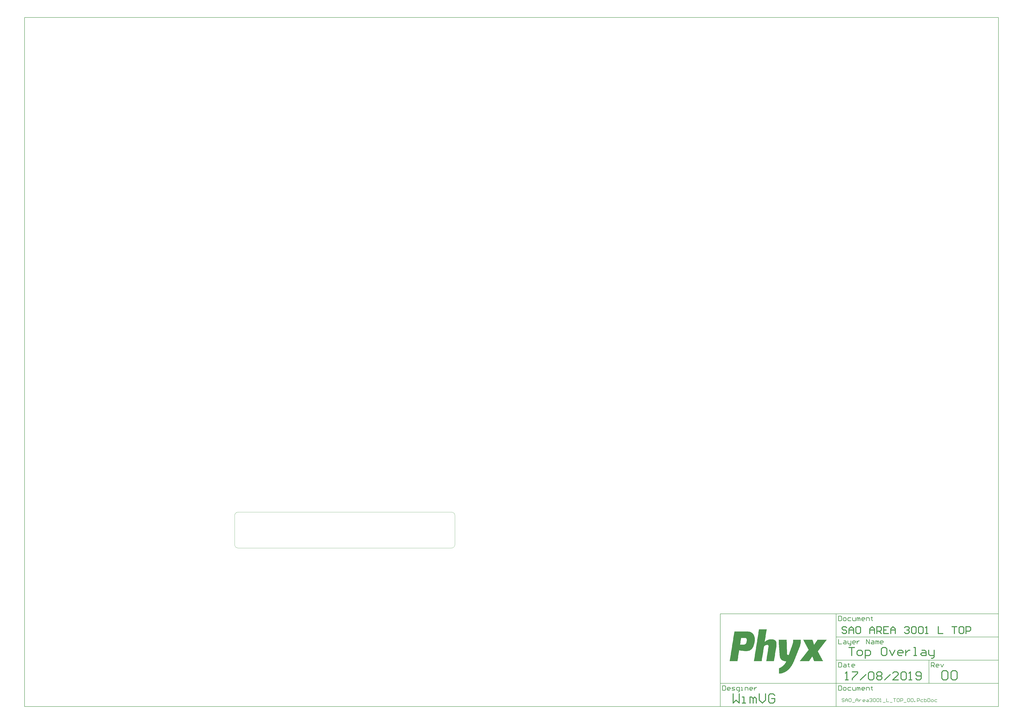
<source format=gto>
G04*
G04 #@! TF.GenerationSoftware,Altium Limited,Altium Designer,18.1.7 (191)*
G04*
G04 Layer_Color=65535*
%FSLAX25Y25*%
%MOIN*%
G70*
G01*
G75*
%ADD10C,0.01575*%
%ADD11C,0.00394*%
%ADD12C,0.00787*%
%ADD13C,0.00984*%
G36*
X872201Y-141778D02*
X873919D01*
Y-142065D01*
X874778D01*
Y-142351D01*
X875637D01*
Y-142637D01*
X876496D01*
Y-142924D01*
X877069D01*
Y-143210D01*
X877355D01*
Y-143496D01*
X877928D01*
Y-143783D01*
X878214D01*
Y-144069D01*
X878786D01*
Y-144355D01*
X879073D01*
Y-144641D01*
X879359D01*
Y-144928D01*
X879646D01*
Y-145214D01*
X879932D01*
Y-145501D01*
X880218D01*
Y-145787D01*
X880504D01*
Y-146073D01*
Y-146359D01*
X880791D01*
Y-146646D01*
X881077D01*
Y-146932D01*
Y-147218D01*
X881363D01*
Y-147505D01*
X881650D01*
Y-147791D01*
Y-148077D01*
X881936D01*
Y-148364D01*
Y-148650D01*
Y-148936D01*
X882222D01*
Y-149223D01*
Y-149509D01*
Y-149795D01*
X882509D01*
Y-150082D01*
Y-150368D01*
Y-150654D01*
Y-150940D01*
X882795D01*
Y-151227D01*
Y-151513D01*
Y-151799D01*
Y-152086D01*
Y-152372D01*
X883081D01*
Y-152658D01*
Y-152945D01*
Y-153231D01*
Y-153517D01*
Y-153804D01*
Y-154090D01*
Y-154376D01*
Y-154663D01*
Y-154949D01*
Y-155235D01*
Y-155521D01*
Y-155808D01*
Y-156094D01*
Y-156380D01*
Y-156667D01*
Y-156953D01*
Y-157239D01*
Y-157526D01*
Y-157812D01*
Y-158098D01*
X882795D01*
Y-158385D01*
Y-158671D01*
Y-158957D01*
Y-159244D01*
Y-159530D01*
Y-159816D01*
Y-160102D01*
X882509D01*
Y-160389D01*
Y-160675D01*
Y-160961D01*
Y-161248D01*
Y-161534D01*
X882222D01*
Y-161820D01*
Y-162107D01*
Y-162393D01*
Y-162679D01*
Y-162966D01*
X881936D01*
Y-163252D01*
Y-163538D01*
Y-163824D01*
X881650D01*
Y-164111D01*
Y-164397D01*
Y-164683D01*
Y-164970D01*
X881363D01*
Y-165256D01*
Y-165542D01*
Y-165829D01*
X881077D01*
Y-166115D01*
Y-166401D01*
X880791D01*
Y-166688D01*
Y-166974D01*
Y-167260D01*
X880504D01*
Y-167547D01*
Y-167833D01*
X880218D01*
Y-168119D01*
Y-168405D01*
X879932D01*
Y-168692D01*
Y-168978D01*
X879646D01*
Y-169264D01*
X879359D01*
Y-169551D01*
Y-169837D01*
X879073D01*
Y-170123D01*
X878786D01*
Y-170410D01*
X878500D01*
Y-170696D01*
Y-170982D01*
X878214D01*
Y-171269D01*
X877928D01*
Y-171555D01*
X877641D01*
Y-171841D01*
X877355D01*
Y-172127D01*
X877069D01*
Y-172414D01*
X876496D01*
Y-172700D01*
X876210D01*
Y-172986D01*
X875637D01*
Y-173273D01*
X875351D01*
Y-173559D01*
X874778D01*
Y-173845D01*
X873919D01*
Y-174132D01*
X873060D01*
Y-174418D01*
X872201D01*
Y-174704D01*
X870483D01*
Y-174991D01*
X865330D01*
Y-174704D01*
X862753D01*
Y-174418D01*
X860749D01*
Y-174132D01*
X859317D01*
Y-173845D01*
X857886D01*
Y-173559D01*
X856454D01*
Y-173845D01*
Y-174132D01*
Y-174418D01*
Y-174704D01*
Y-174991D01*
Y-175277D01*
Y-175563D01*
X856168D01*
Y-175850D01*
Y-176136D01*
Y-176422D01*
Y-176709D01*
Y-176995D01*
Y-177281D01*
X855882D01*
Y-177568D01*
Y-177854D01*
Y-178140D01*
Y-178426D01*
Y-178713D01*
Y-178999D01*
X855595D01*
Y-179285D01*
Y-179572D01*
Y-179858D01*
Y-180144D01*
Y-180431D01*
Y-180717D01*
Y-181003D01*
X855309D01*
Y-181290D01*
Y-181576D01*
Y-181862D01*
Y-182149D01*
Y-182435D01*
Y-182721D01*
X855023D01*
Y-183007D01*
Y-183294D01*
Y-183580D01*
Y-183866D01*
Y-184153D01*
Y-184439D01*
X854736D01*
Y-184725D01*
Y-185012D01*
Y-185298D01*
Y-185584D01*
Y-185871D01*
Y-186157D01*
Y-186443D01*
X854450D01*
Y-186730D01*
Y-187016D01*
Y-187302D01*
Y-187588D01*
Y-187875D01*
Y-188161D01*
X854164D01*
Y-188447D01*
Y-188734D01*
Y-189020D01*
Y-189306D01*
Y-189593D01*
Y-189879D01*
X853877D01*
Y-190165D01*
Y-190452D01*
Y-190738D01*
Y-191024D01*
Y-191311D01*
Y-191597D01*
Y-191883D01*
X840421D01*
Y-191597D01*
X840707D01*
Y-191311D01*
Y-191024D01*
Y-190738D01*
Y-190452D01*
Y-190165D01*
X840993D01*
Y-189879D01*
Y-189593D01*
Y-189306D01*
Y-189020D01*
Y-188734D01*
Y-188447D01*
Y-188161D01*
X841280D01*
Y-187875D01*
Y-187588D01*
Y-187302D01*
Y-187016D01*
Y-186730D01*
Y-186443D01*
X841566D01*
Y-186157D01*
Y-185871D01*
Y-185584D01*
Y-185298D01*
Y-185012D01*
Y-184725D01*
X841852D01*
Y-184439D01*
Y-184153D01*
Y-183866D01*
Y-183580D01*
Y-183294D01*
Y-183007D01*
Y-182721D01*
X842138D01*
Y-182435D01*
Y-182149D01*
Y-181862D01*
Y-181576D01*
Y-181290D01*
Y-181003D01*
X842425D01*
Y-180717D01*
Y-180431D01*
Y-180144D01*
Y-179858D01*
Y-179572D01*
Y-179285D01*
X842711D01*
Y-178999D01*
Y-178713D01*
Y-178426D01*
Y-178140D01*
Y-177854D01*
Y-177568D01*
X842997D01*
Y-177281D01*
Y-176995D01*
Y-176709D01*
Y-176422D01*
Y-176136D01*
Y-175850D01*
Y-175563D01*
X843284D01*
Y-175277D01*
Y-174991D01*
Y-174704D01*
Y-174418D01*
Y-174132D01*
Y-173845D01*
X843570D01*
Y-173559D01*
Y-173273D01*
Y-172986D01*
Y-172700D01*
Y-172414D01*
Y-172127D01*
X843856D01*
Y-171841D01*
Y-171555D01*
Y-171269D01*
Y-170982D01*
Y-170696D01*
Y-170410D01*
X844143D01*
Y-170123D01*
Y-169837D01*
Y-169551D01*
Y-169264D01*
Y-168978D01*
Y-168692D01*
Y-168405D01*
X844429D01*
Y-168119D01*
Y-167833D01*
Y-167547D01*
Y-167260D01*
Y-166974D01*
Y-166688D01*
X844715D01*
Y-166401D01*
Y-166115D01*
Y-165829D01*
Y-165542D01*
Y-165256D01*
Y-164970D01*
X845002D01*
Y-164683D01*
Y-164397D01*
Y-164111D01*
Y-163824D01*
Y-163538D01*
Y-163252D01*
Y-162966D01*
X845288D01*
Y-162679D01*
Y-162393D01*
Y-162107D01*
Y-161820D01*
Y-161534D01*
Y-161248D01*
X845574D01*
Y-160961D01*
Y-160675D01*
Y-160389D01*
Y-160102D01*
Y-159816D01*
Y-159530D01*
X845861D01*
Y-159244D01*
Y-158957D01*
Y-158671D01*
Y-158385D01*
Y-158098D01*
Y-157812D01*
X846147D01*
Y-157526D01*
Y-157239D01*
Y-156953D01*
Y-156667D01*
Y-156380D01*
Y-156094D01*
Y-155808D01*
X846433D01*
Y-155521D01*
Y-155235D01*
Y-154949D01*
Y-154663D01*
Y-154376D01*
Y-154090D01*
X846719D01*
Y-153804D01*
Y-153517D01*
Y-153231D01*
Y-152945D01*
Y-152658D01*
Y-152372D01*
X847006D01*
Y-152086D01*
Y-151799D01*
Y-151513D01*
Y-151227D01*
Y-150940D01*
Y-150654D01*
Y-150368D01*
X847292D01*
Y-150082D01*
Y-149795D01*
Y-149509D01*
Y-149223D01*
Y-148936D01*
Y-148650D01*
X847578D01*
Y-148364D01*
Y-148077D01*
Y-147791D01*
Y-147505D01*
Y-147218D01*
Y-146932D01*
X847865D01*
Y-146646D01*
Y-146359D01*
Y-146073D01*
Y-145787D01*
Y-145501D01*
Y-145214D01*
Y-144928D01*
X848151D01*
Y-144641D01*
Y-144355D01*
Y-144069D01*
Y-143783D01*
Y-143496D01*
Y-143210D01*
X848437D01*
Y-142924D01*
Y-142637D01*
Y-142351D01*
Y-142065D01*
Y-141778D01*
Y-141492D01*
X872201D01*
Y-141778D01*
D02*
G37*
G36*
X903409Y-138343D02*
Y-138629D01*
X903123D01*
Y-138915D01*
Y-139202D01*
Y-139488D01*
Y-139774D01*
Y-140060D01*
Y-140347D01*
X902837D01*
Y-140633D01*
Y-140919D01*
Y-141206D01*
Y-141492D01*
Y-141778D01*
Y-142065D01*
X902551D01*
Y-142351D01*
Y-142637D01*
Y-142924D01*
Y-143210D01*
Y-143496D01*
Y-143783D01*
Y-144069D01*
X902264D01*
Y-144355D01*
Y-144641D01*
Y-144928D01*
Y-145214D01*
Y-145501D01*
Y-145787D01*
X901978D01*
Y-146073D01*
Y-146359D01*
Y-146646D01*
Y-146932D01*
Y-147218D01*
Y-147505D01*
X901692D01*
Y-147791D01*
Y-148077D01*
Y-148364D01*
Y-148650D01*
Y-148936D01*
Y-149223D01*
Y-149509D01*
X901405D01*
Y-149795D01*
Y-150082D01*
Y-150368D01*
Y-150654D01*
Y-150940D01*
Y-151227D01*
X901119D01*
Y-151513D01*
Y-151799D01*
Y-152086D01*
Y-152372D01*
Y-152658D01*
Y-152945D01*
X900833D01*
Y-153231D01*
Y-153517D01*
Y-153804D01*
Y-154090D01*
Y-154376D01*
Y-154663D01*
X900546D01*
Y-154949D01*
Y-155235D01*
Y-155521D01*
Y-155808D01*
Y-156094D01*
Y-156380D01*
Y-156667D01*
X900260D01*
Y-156953D01*
Y-157239D01*
Y-157526D01*
Y-157812D01*
Y-158098D01*
Y-158385D01*
X899974D01*
Y-158671D01*
Y-158957D01*
X900546D01*
Y-158671D01*
X900833D01*
Y-158385D01*
X901119D01*
Y-158098D01*
X901692D01*
Y-157812D01*
X901978D01*
Y-157526D01*
X902264D01*
Y-157239D01*
X902837D01*
Y-156953D01*
X903409D01*
Y-156667D01*
X903696D01*
Y-156380D01*
X904268D01*
Y-156094D01*
X905127D01*
Y-155808D01*
X905700D01*
Y-155521D01*
X906559D01*
Y-155235D01*
X907990D01*
Y-154949D01*
X914289D01*
Y-155235D01*
X915435D01*
Y-155521D01*
X916294D01*
Y-155808D01*
X916866D01*
Y-156094D01*
X917153D01*
Y-156380D01*
X917725D01*
Y-156667D01*
X918011D01*
Y-156953D01*
X918298D01*
Y-157239D01*
X918584D01*
Y-157526D01*
X918870D01*
Y-157812D01*
Y-158098D01*
X919157D01*
Y-158385D01*
Y-158671D01*
X919443D01*
Y-158957D01*
Y-159244D01*
Y-159530D01*
X919729D01*
Y-159816D01*
Y-160102D01*
Y-160389D01*
Y-160675D01*
X920016D01*
Y-160961D01*
Y-161248D01*
Y-161534D01*
Y-161820D01*
Y-162107D01*
Y-162393D01*
Y-162679D01*
Y-162966D01*
Y-163252D01*
Y-163538D01*
Y-163824D01*
Y-164111D01*
Y-164397D01*
Y-164683D01*
Y-164970D01*
Y-165256D01*
Y-165542D01*
Y-165829D01*
X919729D01*
Y-166115D01*
Y-166401D01*
Y-166688D01*
Y-166974D01*
Y-167260D01*
Y-167547D01*
Y-167833D01*
X919443D01*
Y-168119D01*
Y-168405D01*
Y-168692D01*
Y-168978D01*
Y-169264D01*
Y-169551D01*
Y-169837D01*
X919157D01*
Y-170123D01*
Y-170410D01*
Y-170696D01*
Y-170982D01*
Y-171269D01*
Y-171555D01*
X918870D01*
Y-171841D01*
Y-172127D01*
Y-172414D01*
Y-172700D01*
Y-172986D01*
Y-173273D01*
X918584D01*
Y-173559D01*
Y-173845D01*
Y-174132D01*
Y-174418D01*
Y-174704D01*
Y-174991D01*
X918298D01*
Y-175277D01*
Y-175563D01*
Y-175850D01*
Y-176136D01*
Y-176422D01*
Y-176709D01*
Y-176995D01*
X918011D01*
Y-177281D01*
Y-177568D01*
Y-177854D01*
Y-178140D01*
Y-178426D01*
Y-178713D01*
X917725D01*
Y-178999D01*
Y-179285D01*
Y-179572D01*
Y-179858D01*
Y-180144D01*
Y-180431D01*
X917439D01*
Y-180717D01*
Y-181003D01*
Y-181290D01*
Y-181576D01*
Y-181862D01*
Y-182149D01*
Y-182435D01*
X917153D01*
Y-182721D01*
Y-183007D01*
Y-183294D01*
Y-183580D01*
Y-183866D01*
Y-184153D01*
X916866D01*
Y-184439D01*
Y-184725D01*
Y-185012D01*
Y-185298D01*
Y-185584D01*
Y-185871D01*
X916580D01*
Y-186157D01*
Y-186443D01*
Y-186730D01*
Y-187016D01*
Y-187302D01*
Y-187588D01*
X916294D01*
Y-187875D01*
Y-188161D01*
Y-188447D01*
Y-188734D01*
Y-189020D01*
Y-189306D01*
Y-189593D01*
X916007D01*
Y-189879D01*
Y-190165D01*
Y-190452D01*
Y-190738D01*
Y-191024D01*
Y-191311D01*
X915721D01*
Y-191597D01*
Y-191883D01*
X902551D01*
Y-191597D01*
Y-191311D01*
X902837D01*
Y-191024D01*
Y-190738D01*
Y-190452D01*
Y-190165D01*
Y-189879D01*
Y-189593D01*
X903123D01*
Y-189306D01*
Y-189020D01*
Y-188734D01*
Y-188447D01*
Y-188161D01*
Y-187875D01*
Y-187588D01*
X903409D01*
Y-187302D01*
Y-187016D01*
Y-186730D01*
Y-186443D01*
Y-186157D01*
Y-185871D01*
X903696D01*
Y-185584D01*
Y-185298D01*
Y-185012D01*
Y-184725D01*
Y-184439D01*
Y-184153D01*
X903982D01*
Y-183866D01*
Y-183580D01*
Y-183294D01*
Y-183007D01*
Y-182721D01*
Y-182435D01*
Y-182149D01*
X904268D01*
Y-181862D01*
Y-181576D01*
Y-181290D01*
Y-181003D01*
Y-180717D01*
Y-180431D01*
X904555D01*
Y-180144D01*
Y-179858D01*
Y-179572D01*
Y-179285D01*
Y-178999D01*
Y-178713D01*
Y-178426D01*
X904841D01*
Y-178140D01*
Y-177854D01*
Y-177568D01*
Y-177281D01*
Y-176995D01*
Y-176709D01*
X905127D01*
Y-176422D01*
Y-176136D01*
Y-175850D01*
Y-175563D01*
Y-175277D01*
Y-174991D01*
X905414D01*
Y-174704D01*
Y-174418D01*
Y-174132D01*
Y-173845D01*
Y-173559D01*
Y-173273D01*
X905700D01*
Y-172986D01*
Y-172700D01*
Y-172414D01*
Y-172127D01*
Y-171841D01*
Y-171555D01*
Y-171269D01*
X905986D01*
Y-170982D01*
Y-170696D01*
Y-170410D01*
Y-170123D01*
Y-169837D01*
Y-169551D01*
X906273D01*
Y-169264D01*
Y-168978D01*
Y-168692D01*
Y-168405D01*
Y-168119D01*
Y-167833D01*
Y-167547D01*
X906559D01*
Y-167260D01*
Y-166974D01*
Y-166688D01*
Y-166401D01*
Y-166115D01*
Y-165829D01*
X906273D01*
Y-165542D01*
Y-165256D01*
X905986D01*
Y-164970D01*
X905700D01*
Y-164683D01*
X905127D01*
Y-164397D01*
X903409D01*
Y-164683D01*
X901978D01*
Y-164970D01*
X901119D01*
Y-165256D01*
X900546D01*
Y-165542D01*
X900260D01*
Y-165829D01*
X899687D01*
Y-166115D01*
X899401D01*
Y-166401D01*
X899115D01*
Y-166688D01*
Y-166974D01*
X898828D01*
Y-167260D01*
Y-167547D01*
Y-167833D01*
X898542D01*
Y-168119D01*
Y-168405D01*
Y-168692D01*
Y-168978D01*
Y-169264D01*
Y-169551D01*
X898256D01*
Y-169837D01*
Y-170123D01*
Y-170410D01*
Y-170696D01*
Y-170982D01*
Y-171269D01*
Y-171555D01*
X897970D01*
Y-171841D01*
Y-172127D01*
Y-172414D01*
Y-172700D01*
Y-172986D01*
Y-173273D01*
X897683D01*
Y-173559D01*
Y-173845D01*
Y-174132D01*
Y-174418D01*
Y-174704D01*
Y-174991D01*
X897397D01*
Y-175277D01*
Y-175563D01*
Y-175850D01*
Y-176136D01*
Y-176422D01*
Y-176709D01*
X897111D01*
Y-176995D01*
Y-177281D01*
Y-177568D01*
Y-177854D01*
Y-178140D01*
Y-178426D01*
Y-178713D01*
X896824D01*
Y-178999D01*
Y-179285D01*
Y-179572D01*
Y-179858D01*
Y-180144D01*
Y-180431D01*
X896538D01*
Y-180717D01*
Y-181003D01*
Y-181290D01*
Y-181576D01*
Y-181862D01*
Y-182149D01*
X896252D01*
Y-182435D01*
Y-182721D01*
Y-183007D01*
Y-183294D01*
Y-183580D01*
Y-183866D01*
Y-184153D01*
X895965D01*
Y-184439D01*
Y-184725D01*
Y-185012D01*
Y-185298D01*
Y-185584D01*
Y-185871D01*
X895679D01*
Y-186157D01*
Y-186443D01*
Y-186730D01*
Y-187016D01*
Y-187302D01*
Y-187588D01*
X895393D01*
Y-187875D01*
Y-188161D01*
Y-188447D01*
Y-188734D01*
Y-189020D01*
Y-189306D01*
X895106D01*
Y-189593D01*
Y-189879D01*
Y-190165D01*
Y-190452D01*
Y-190738D01*
Y-191024D01*
Y-191311D01*
X894820D01*
Y-191597D01*
Y-191883D01*
X881650D01*
Y-191597D01*
Y-191311D01*
X881936D01*
Y-191024D01*
Y-190738D01*
Y-190452D01*
Y-190165D01*
Y-189879D01*
Y-189593D01*
Y-189306D01*
X882222D01*
Y-189020D01*
Y-188734D01*
Y-188447D01*
Y-188161D01*
Y-187875D01*
Y-187588D01*
X882509D01*
Y-187302D01*
Y-187016D01*
Y-186730D01*
Y-186443D01*
Y-186157D01*
Y-185871D01*
X882795D01*
Y-185584D01*
Y-185298D01*
Y-185012D01*
Y-184725D01*
Y-184439D01*
Y-184153D01*
Y-183866D01*
X883081D01*
Y-183580D01*
Y-183294D01*
Y-183007D01*
Y-182721D01*
Y-182435D01*
Y-182149D01*
X883368D01*
Y-181862D01*
Y-181576D01*
Y-181290D01*
Y-181003D01*
Y-180717D01*
Y-180431D01*
X883654D01*
Y-180144D01*
Y-179858D01*
Y-179572D01*
Y-179285D01*
Y-178999D01*
Y-178713D01*
X883940D01*
Y-178426D01*
Y-178140D01*
Y-177854D01*
Y-177568D01*
Y-177281D01*
Y-176995D01*
Y-176709D01*
X884227D01*
Y-176422D01*
Y-176136D01*
Y-175850D01*
Y-175563D01*
Y-175277D01*
Y-174991D01*
X884513D01*
Y-174704D01*
Y-174418D01*
Y-174132D01*
Y-173845D01*
Y-173559D01*
Y-173273D01*
X884799D01*
Y-172986D01*
Y-172700D01*
Y-172414D01*
Y-172127D01*
Y-171841D01*
Y-171555D01*
Y-171269D01*
X885085D01*
Y-170982D01*
Y-170696D01*
Y-170410D01*
Y-170123D01*
Y-169837D01*
Y-169551D01*
X885372D01*
Y-169264D01*
Y-168978D01*
Y-168692D01*
Y-168405D01*
Y-168119D01*
Y-167833D01*
X885658D01*
Y-167547D01*
Y-167260D01*
Y-166974D01*
Y-166688D01*
Y-166401D01*
Y-166115D01*
X885944D01*
Y-165829D01*
Y-165542D01*
Y-165256D01*
Y-164970D01*
Y-164683D01*
Y-164397D01*
Y-164111D01*
X886231D01*
Y-163824D01*
Y-163538D01*
Y-163252D01*
Y-162966D01*
Y-162679D01*
Y-162393D01*
X886517D01*
Y-162107D01*
Y-161820D01*
Y-161534D01*
Y-161248D01*
Y-160961D01*
Y-160675D01*
X886803D01*
Y-160389D01*
Y-160102D01*
Y-159816D01*
Y-159530D01*
Y-159244D01*
Y-158957D01*
X887090D01*
Y-158671D01*
Y-158385D01*
Y-158098D01*
Y-157812D01*
Y-157526D01*
Y-157239D01*
Y-156953D01*
X887376D01*
Y-156667D01*
Y-156380D01*
Y-156094D01*
Y-155808D01*
Y-155521D01*
Y-155235D01*
X887662D01*
Y-154949D01*
Y-154663D01*
Y-154376D01*
Y-154090D01*
Y-153804D01*
Y-153517D01*
X887949D01*
Y-153231D01*
Y-152945D01*
Y-152658D01*
Y-152372D01*
Y-152086D01*
Y-151799D01*
Y-151513D01*
X888235D01*
Y-151227D01*
Y-150940D01*
Y-150654D01*
Y-150368D01*
Y-150082D01*
Y-149795D01*
X888521D01*
Y-149509D01*
Y-149223D01*
Y-148936D01*
Y-148650D01*
Y-148364D01*
Y-148077D01*
X888807D01*
Y-147791D01*
Y-147505D01*
Y-147218D01*
Y-146932D01*
Y-146646D01*
Y-146359D01*
X889094D01*
Y-146073D01*
Y-145787D01*
Y-145501D01*
Y-145214D01*
Y-144928D01*
Y-144641D01*
Y-144355D01*
X889380D01*
Y-144069D01*
Y-143783D01*
Y-143496D01*
Y-143210D01*
Y-142924D01*
Y-142637D01*
X889666D01*
Y-142351D01*
Y-142065D01*
Y-141778D01*
Y-141492D01*
Y-141206D01*
Y-140919D01*
X889953D01*
Y-140633D01*
Y-140347D01*
Y-140060D01*
Y-139774D01*
Y-139488D01*
Y-139202D01*
Y-138915D01*
X890239D01*
Y-138629D01*
Y-138343D01*
Y-138056D01*
X903409D01*
Y-138343D01*
D02*
G37*
G36*
X1005337Y-155808D02*
X1005050D01*
Y-156094D01*
X1004764D01*
Y-156380D01*
Y-156667D01*
X1004478D01*
Y-156953D01*
X1004192D01*
Y-157239D01*
X1003905D01*
Y-157526D01*
Y-157812D01*
X1003619D01*
Y-158098D01*
X1003333D01*
Y-158385D01*
X1003046D01*
Y-158671D01*
X1002760D01*
Y-158957D01*
Y-159244D01*
X1002474D01*
Y-159530D01*
X1002187D01*
Y-159816D01*
X1001901D01*
Y-160102D01*
Y-160389D01*
X1001615D01*
Y-160675D01*
X1001328D01*
Y-160961D01*
X1001042D01*
Y-161248D01*
X1000756D01*
Y-161534D01*
Y-161820D01*
X1000469D01*
Y-162107D01*
X1000183D01*
Y-162393D01*
X999897D01*
Y-162679D01*
Y-162966D01*
X999611D01*
Y-163252D01*
X999324D01*
Y-163538D01*
X999038D01*
Y-163824D01*
Y-164111D01*
X998752D01*
Y-164397D01*
X998465D01*
Y-164683D01*
X998179D01*
Y-164970D01*
X997893D01*
Y-165256D01*
Y-165542D01*
X997606D01*
Y-165829D01*
X997320D01*
Y-166115D01*
X997034D01*
Y-166401D01*
Y-166688D01*
X996747D01*
Y-166974D01*
X996461D01*
Y-167260D01*
X996175D01*
Y-167547D01*
Y-167833D01*
X995889D01*
Y-168119D01*
X995602D01*
Y-168405D01*
X995316D01*
Y-168692D01*
X995030D01*
Y-168978D01*
Y-169264D01*
X994743D01*
Y-169551D01*
X994457D01*
Y-169837D01*
X994171D01*
Y-170123D01*
Y-170410D01*
X993884D01*
Y-170696D01*
X993598D01*
Y-170982D01*
X993312D01*
Y-171269D01*
Y-171555D01*
X993025D01*
Y-171841D01*
X992739D01*
Y-172127D01*
X992453D01*
Y-172414D01*
X992166D01*
Y-172700D01*
Y-172986D01*
X991880D01*
Y-173273D01*
X991594D01*
Y-173559D01*
X991308D01*
Y-173845D01*
Y-174132D01*
X991021D01*
Y-174418D01*
X990735D01*
Y-174704D01*
X990449D01*
Y-174991D01*
X990162D01*
Y-175277D01*
Y-175563D01*
X990449D01*
Y-175850D01*
Y-176136D01*
X990735D01*
Y-176422D01*
Y-176709D01*
X991021D01*
Y-176995D01*
X991308D01*
Y-177281D01*
Y-177568D01*
X991594D01*
Y-177854D01*
Y-178140D01*
X991880D01*
Y-178426D01*
Y-178713D01*
X992166D01*
Y-178999D01*
Y-179285D01*
X992453D01*
Y-179572D01*
Y-179858D01*
X992739D01*
Y-180144D01*
Y-180431D01*
X993025D01*
Y-180717D01*
Y-181003D01*
X993312D01*
Y-181290D01*
Y-181576D01*
X993598D01*
Y-181862D01*
X993884D01*
Y-182149D01*
Y-182435D01*
X994171D01*
Y-182721D01*
Y-183007D01*
X994457D01*
Y-183294D01*
Y-183580D01*
X994743D01*
Y-183866D01*
Y-184153D01*
X995030D01*
Y-184439D01*
Y-184725D01*
X995316D01*
Y-185012D01*
Y-185298D01*
X995602D01*
Y-185584D01*
Y-185871D01*
X995889D01*
Y-186157D01*
X996175D01*
Y-186443D01*
Y-186730D01*
X996461D01*
Y-187016D01*
Y-187302D01*
X996747D01*
Y-187588D01*
Y-187875D01*
X997034D01*
Y-188161D01*
Y-188447D01*
X997320D01*
Y-188734D01*
Y-189020D01*
X997606D01*
Y-189306D01*
Y-189593D01*
X997893D01*
Y-189879D01*
Y-190165D01*
X998179D01*
Y-190452D01*
X998465D01*
Y-190738D01*
Y-191024D01*
X998752D01*
Y-191311D01*
Y-191597D01*
X999038D01*
Y-191883D01*
X983863D01*
Y-191597D01*
X983577D01*
Y-191311D01*
Y-191024D01*
Y-190738D01*
X983291D01*
Y-190452D01*
Y-190165D01*
Y-189879D01*
X983004D01*
Y-189593D01*
Y-189306D01*
X982718D01*
Y-189020D01*
Y-188734D01*
Y-188447D01*
X982432D01*
Y-188161D01*
Y-187875D01*
Y-187588D01*
X982146D01*
Y-187302D01*
Y-187016D01*
X981859D01*
Y-186730D01*
Y-186443D01*
Y-186157D01*
X981573D01*
Y-185871D01*
Y-185584D01*
Y-185298D01*
X981287D01*
Y-185012D01*
Y-184725D01*
Y-184439D01*
X981000D01*
Y-184153D01*
X980428D01*
Y-184439D01*
Y-184725D01*
X980141D01*
Y-185012D01*
X979855D01*
Y-185298D01*
Y-185584D01*
X979569D01*
Y-185871D01*
X979282D01*
Y-186157D01*
Y-186443D01*
X978996D01*
Y-186730D01*
X978710D01*
Y-187016D01*
Y-187302D01*
X978423D01*
Y-187588D01*
X978137D01*
Y-187875D01*
X977851D01*
Y-188161D01*
Y-188447D01*
X977565D01*
Y-188734D01*
X977278D01*
Y-189020D01*
Y-189306D01*
X976992D01*
Y-189593D01*
X976705D01*
Y-189879D01*
Y-190165D01*
X976419D01*
Y-190452D01*
X976133D01*
Y-190738D01*
Y-191024D01*
X975847D01*
Y-191311D01*
X975560D01*
Y-191597D01*
Y-191883D01*
X959527D01*
Y-191597D01*
X959813D01*
Y-191311D01*
X960099D01*
Y-191024D01*
X960386D01*
Y-190738D01*
X960672D01*
Y-190452D01*
Y-190165D01*
X960958D01*
Y-189879D01*
X961245D01*
Y-189593D01*
X961531D01*
Y-189306D01*
X961817D01*
Y-189020D01*
Y-188734D01*
X962104D01*
Y-188447D01*
X962390D01*
Y-188161D01*
X962676D01*
Y-187875D01*
Y-187588D01*
X962963D01*
Y-187302D01*
X963249D01*
Y-187016D01*
X963535D01*
Y-186730D01*
X963822D01*
Y-186443D01*
Y-186157D01*
X964108D01*
Y-185871D01*
X964394D01*
Y-185584D01*
X964680D01*
Y-185298D01*
X964967D01*
Y-185012D01*
Y-184725D01*
X965253D01*
Y-184439D01*
X965539D01*
Y-184153D01*
X965826D01*
Y-183866D01*
Y-183580D01*
X966112D01*
Y-183294D01*
X966398D01*
Y-183007D01*
X966685D01*
Y-182721D01*
X966971D01*
Y-182435D01*
Y-182149D01*
X967257D01*
Y-181862D01*
X967544D01*
Y-181576D01*
X967830D01*
Y-181290D01*
Y-181003D01*
X968116D01*
Y-180717D01*
X968402D01*
Y-180431D01*
X968689D01*
Y-180144D01*
X968975D01*
Y-179858D01*
Y-179572D01*
X969261D01*
Y-179285D01*
X969548D01*
Y-178999D01*
X969834D01*
Y-178713D01*
Y-178426D01*
X970120D01*
Y-178140D01*
X970407D01*
Y-177854D01*
X970693D01*
Y-177568D01*
X970979D01*
Y-177281D01*
Y-176995D01*
X971266D01*
Y-176709D01*
X971552D01*
Y-176422D01*
X971838D01*
Y-176136D01*
X972124D01*
Y-175850D01*
Y-175563D01*
X972411D01*
Y-175277D01*
X972697D01*
Y-174991D01*
X972983D01*
Y-174704D01*
Y-174418D01*
X973270D01*
Y-174132D01*
X973556D01*
Y-173845D01*
X973842D01*
Y-173559D01*
X974129D01*
Y-173273D01*
Y-172986D01*
X974415D01*
Y-172700D01*
Y-172414D01*
Y-172127D01*
X974129D01*
Y-171841D01*
X973842D01*
Y-171555D01*
Y-171269D01*
X973556D01*
Y-170982D01*
Y-170696D01*
X973270D01*
Y-170410D01*
Y-170123D01*
X972983D01*
Y-169837D01*
Y-169551D01*
X972697D01*
Y-169264D01*
Y-168978D01*
X972411D01*
Y-168692D01*
Y-168405D01*
X972124D01*
Y-168119D01*
X971838D01*
Y-167833D01*
Y-167547D01*
X971552D01*
Y-167260D01*
Y-166974D01*
X971266D01*
Y-166688D01*
Y-166401D01*
X970979D01*
Y-166115D01*
Y-165829D01*
X970693D01*
Y-165542D01*
Y-165256D01*
X970407D01*
Y-164970D01*
Y-164683D01*
X970120D01*
Y-164397D01*
X969834D01*
Y-164111D01*
Y-163824D01*
X969548D01*
Y-163538D01*
Y-163252D01*
X969261D01*
Y-162966D01*
Y-162679D01*
X968975D01*
Y-162393D01*
Y-162107D01*
X968689D01*
Y-161820D01*
Y-161534D01*
X968402D01*
Y-161248D01*
Y-160961D01*
X968116D01*
Y-160675D01*
Y-160389D01*
X967830D01*
Y-160102D01*
X967544D01*
Y-159816D01*
Y-159530D01*
X967257D01*
Y-159244D01*
Y-158957D01*
X966971D01*
Y-158671D01*
Y-158385D01*
X966685D01*
Y-158098D01*
Y-157812D01*
X966398D01*
Y-157526D01*
Y-157239D01*
X966112D01*
Y-156953D01*
Y-156667D01*
X965826D01*
Y-156380D01*
X965539D01*
Y-156094D01*
Y-155808D01*
X965253D01*
Y-155521D01*
X981000D01*
Y-155808D01*
X981287D01*
Y-156094D01*
Y-156380D01*
Y-156667D01*
X981573D01*
Y-156953D01*
Y-157239D01*
Y-157526D01*
X981859D01*
Y-157812D01*
Y-158098D01*
Y-158385D01*
X982146D01*
Y-158671D01*
Y-158957D01*
Y-159244D01*
X982432D01*
Y-159530D01*
Y-159816D01*
Y-160102D01*
X982718D01*
Y-160389D01*
Y-160675D01*
Y-160961D01*
X983004D01*
Y-161248D01*
Y-161534D01*
Y-161820D01*
X983291D01*
Y-162107D01*
Y-162393D01*
Y-162679D01*
X983577D01*
Y-162966D01*
Y-163252D01*
Y-163538D01*
Y-163824D01*
X984150D01*
Y-163538D01*
X984436D01*
Y-163252D01*
X984722D01*
Y-162966D01*
Y-162679D01*
X985009D01*
Y-162393D01*
X985295D01*
Y-162107D01*
Y-161820D01*
X985581D01*
Y-161534D01*
X985868D01*
Y-161248D01*
Y-160961D01*
X986154D01*
Y-160675D01*
X986440D01*
Y-160389D01*
Y-160102D01*
X986726D01*
Y-159816D01*
X987013D01*
Y-159530D01*
Y-159244D01*
X987299D01*
Y-158957D01*
X987585D01*
Y-158671D01*
Y-158385D01*
X987872D01*
Y-158098D01*
X988158D01*
Y-157812D01*
Y-157526D01*
X988444D01*
Y-157239D01*
X988731D01*
Y-156953D01*
Y-156667D01*
X989017D01*
Y-156380D01*
X989303D01*
Y-156094D01*
Y-155808D01*
X989590D01*
Y-155521D01*
X1005337D01*
Y-155808D01*
D02*
G37*
G36*
X961245D02*
Y-156094D01*
Y-156380D01*
Y-156667D01*
Y-156953D01*
Y-157239D01*
Y-157526D01*
Y-157812D01*
Y-158098D01*
Y-158385D01*
Y-158671D01*
Y-158957D01*
Y-159244D01*
Y-159530D01*
Y-159816D01*
Y-160102D01*
Y-160389D01*
Y-160675D01*
Y-160961D01*
Y-161248D01*
Y-161534D01*
X960958D01*
Y-161820D01*
Y-162107D01*
Y-162393D01*
Y-162679D01*
Y-162966D01*
X960672D01*
Y-163252D01*
Y-163538D01*
Y-163824D01*
Y-164111D01*
X960386D01*
Y-164397D01*
Y-164683D01*
Y-164970D01*
Y-165256D01*
X960099D01*
Y-165542D01*
Y-165829D01*
Y-166115D01*
X959813D01*
Y-166401D01*
Y-166688D01*
Y-166974D01*
X959527D01*
Y-167260D01*
Y-167547D01*
Y-167833D01*
X959241D01*
Y-168119D01*
Y-168405D01*
Y-168692D01*
X958954D01*
Y-168978D01*
Y-169264D01*
X958668D01*
Y-169551D01*
Y-169837D01*
X958381D01*
Y-170123D01*
Y-170410D01*
Y-170696D01*
X958095D01*
Y-170982D01*
Y-171269D01*
X957809D01*
Y-171555D01*
Y-171841D01*
Y-172127D01*
X957523D01*
Y-172414D01*
Y-172700D01*
X957236D01*
Y-172986D01*
Y-173273D01*
Y-173559D01*
X956950D01*
Y-173845D01*
Y-174132D01*
X956664D01*
Y-174418D01*
Y-174704D01*
Y-174991D01*
X956377D01*
Y-175277D01*
Y-175563D01*
X956091D01*
Y-175850D01*
Y-176136D01*
Y-176422D01*
X955805D01*
Y-176709D01*
Y-176995D01*
X955518D01*
Y-177281D01*
Y-177568D01*
Y-177854D01*
X955232D01*
Y-178140D01*
Y-178426D01*
X954946D01*
Y-178713D01*
Y-178999D01*
Y-179285D01*
X954659D01*
Y-179572D01*
Y-179858D01*
X954373D01*
Y-180144D01*
Y-180431D01*
Y-180717D01*
X954087D01*
Y-181003D01*
Y-181290D01*
X953800D01*
Y-181576D01*
Y-181862D01*
Y-182149D01*
X953514D01*
Y-182435D01*
Y-182721D01*
X953228D01*
Y-183007D01*
Y-183294D01*
Y-183580D01*
X952942D01*
Y-183866D01*
Y-184153D01*
X952655D01*
Y-184439D01*
Y-184725D01*
Y-185012D01*
X952369D01*
Y-185298D01*
Y-185584D01*
X952083D01*
Y-185871D01*
Y-186157D01*
Y-186443D01*
X951796D01*
Y-186730D01*
Y-187016D01*
X951510D01*
Y-187302D01*
Y-187588D01*
Y-187875D01*
X951224D01*
Y-188161D01*
Y-188447D01*
X950937D01*
Y-188734D01*
Y-189020D01*
Y-189306D01*
X950651D01*
Y-189593D01*
Y-189879D01*
X950365D01*
Y-190165D01*
Y-190452D01*
Y-190738D01*
X950078D01*
Y-191024D01*
Y-191311D01*
X949792D01*
Y-191597D01*
Y-191883D01*
Y-192169D01*
X949506D01*
Y-192456D01*
Y-192742D01*
X949220D01*
Y-193028D01*
Y-193315D01*
X948933D01*
Y-193601D01*
Y-193887D01*
X948647D01*
Y-194174D01*
Y-194460D01*
Y-194746D01*
X948361D01*
Y-195033D01*
X948074D01*
Y-195319D01*
Y-195605D01*
Y-195891D01*
X947788D01*
Y-196178D01*
X947502D01*
Y-196464D01*
Y-196750D01*
X947215D01*
Y-197037D01*
Y-197323D01*
X946929D01*
Y-197609D01*
Y-197896D01*
X946643D01*
Y-198182D01*
Y-198468D01*
X946356D01*
Y-198755D01*
X946070D01*
Y-199041D01*
Y-199327D01*
X945784D01*
Y-199614D01*
Y-199900D01*
X945497D01*
Y-200186D01*
X945211D01*
Y-200472D01*
X944925D01*
Y-200759D01*
Y-201045D01*
X944639D01*
Y-201331D01*
X944352D01*
Y-201618D01*
Y-201904D01*
X944066D01*
Y-202190D01*
X943780D01*
Y-202477D01*
X943493D01*
Y-202763D01*
Y-203049D01*
X943207D01*
Y-203336D01*
X942921D01*
Y-203622D01*
X942634D01*
Y-203908D01*
X942348D01*
Y-204195D01*
X942062D01*
Y-204481D01*
Y-204767D01*
X941775D01*
Y-205053D01*
X941489D01*
Y-205340D01*
X941203D01*
Y-205626D01*
X940916D01*
Y-205912D01*
X940630D01*
Y-206199D01*
X940344D01*
Y-206485D01*
X940057D01*
Y-206771D01*
X939485D01*
Y-207058D01*
X939199D01*
Y-207344D01*
X938912D01*
Y-207630D01*
X938626D01*
Y-207917D01*
X938340D01*
Y-208203D01*
X937767D01*
Y-208489D01*
X937481D01*
Y-208776D01*
X936908D01*
Y-209062D01*
X936622D01*
Y-209348D01*
X936049D01*
Y-209634D01*
X935763D01*
Y-209921D01*
X935190D01*
Y-210207D01*
X934618D01*
Y-210493D01*
X934045D01*
Y-210780D01*
X933472D01*
Y-211066D01*
X932900D01*
Y-211352D01*
X932041D01*
Y-211639D01*
X931468D01*
Y-211925D01*
X930609D01*
Y-212211D01*
X929464D01*
Y-212498D01*
X928319D01*
Y-212784D01*
X926601D01*
Y-213070D01*
X924597D01*
Y-213357D01*
X924310D01*
Y-213070D01*
Y-212784D01*
Y-212498D01*
Y-212211D01*
Y-211925D01*
Y-211639D01*
Y-211352D01*
Y-211066D01*
Y-210780D01*
Y-210493D01*
Y-210207D01*
Y-209921D01*
Y-209634D01*
Y-209348D01*
Y-209062D01*
Y-208776D01*
Y-208489D01*
Y-208203D01*
Y-207917D01*
Y-207630D01*
Y-207344D01*
Y-207058D01*
Y-206771D01*
Y-206485D01*
Y-206199D01*
Y-205912D01*
Y-205626D01*
Y-205340D01*
Y-205053D01*
Y-204767D01*
Y-204481D01*
Y-204195D01*
Y-203908D01*
X924883D01*
Y-203622D01*
X925455D01*
Y-203336D01*
X926028D01*
Y-203049D01*
X926601D01*
Y-202763D01*
X927173D01*
Y-202477D01*
X927746D01*
Y-202190D01*
X928032D01*
Y-201904D01*
X928605D01*
Y-201618D01*
X928891D01*
Y-201331D01*
X929464D01*
Y-201045D01*
X929750D01*
Y-200759D01*
X930037D01*
Y-200472D01*
X930609D01*
Y-200186D01*
X930896D01*
Y-199900D01*
X931182D01*
Y-199614D01*
X931468D01*
Y-199327D01*
X931754D01*
Y-199041D01*
X932041D01*
Y-198755D01*
X932327D01*
Y-198468D01*
X932613D01*
Y-198182D01*
X932900D01*
Y-197896D01*
X933186D01*
Y-197609D01*
X933472D01*
Y-197323D01*
X933759D01*
Y-197037D01*
Y-196750D01*
X934045D01*
Y-196464D01*
X934331D01*
Y-196178D01*
X934618D01*
Y-195891D01*
Y-195605D01*
X934904D01*
Y-195319D01*
X935190D01*
Y-195033D01*
Y-194746D01*
X935476D01*
Y-194460D01*
Y-194174D01*
X935763D01*
Y-193887D01*
X936049D01*
Y-193601D01*
Y-193315D01*
X936335D01*
Y-193028D01*
Y-192742D01*
X936622D01*
Y-192456D01*
Y-192169D01*
X934904D01*
Y-191883D01*
X932900D01*
Y-191597D01*
X931754D01*
Y-191311D01*
X931182D01*
Y-191024D01*
X930323D01*
Y-190738D01*
X929750D01*
Y-190452D01*
X929464D01*
Y-190165D01*
X928891D01*
Y-189879D01*
X928605D01*
Y-189593D01*
X928319D01*
Y-189306D01*
X928032D01*
Y-189020D01*
X927746D01*
Y-188734D01*
X927460D01*
Y-188447D01*
Y-188161D01*
X927173D01*
Y-187875D01*
X926887D01*
Y-187588D01*
Y-187302D01*
X926601D01*
Y-187016D01*
Y-186730D01*
X926315D01*
Y-186443D01*
Y-186157D01*
X926028D01*
Y-185871D01*
Y-185584D01*
Y-185298D01*
X925742D01*
Y-185012D01*
Y-184725D01*
Y-184439D01*
Y-184153D01*
X925455D01*
Y-183866D01*
Y-183580D01*
Y-183294D01*
Y-183007D01*
Y-182721D01*
Y-182435D01*
Y-182149D01*
X925169D01*
Y-181862D01*
Y-181576D01*
Y-181290D01*
Y-181003D01*
Y-180717D01*
Y-180431D01*
Y-180144D01*
Y-179858D01*
Y-179572D01*
Y-179285D01*
Y-178999D01*
Y-178713D01*
Y-178426D01*
Y-178140D01*
Y-177854D01*
X924883D01*
Y-177568D01*
Y-177281D01*
Y-176995D01*
Y-176709D01*
Y-176422D01*
Y-176136D01*
Y-175850D01*
Y-175563D01*
Y-175277D01*
Y-174991D01*
Y-174704D01*
Y-174418D01*
Y-174132D01*
Y-173845D01*
Y-173559D01*
X924597D01*
Y-173273D01*
Y-172986D01*
Y-172700D01*
Y-172414D01*
Y-172127D01*
Y-171841D01*
Y-171555D01*
Y-171269D01*
Y-170982D01*
Y-170696D01*
Y-170410D01*
Y-170123D01*
Y-169837D01*
Y-169551D01*
Y-169264D01*
Y-168978D01*
X924310D01*
Y-168692D01*
Y-168405D01*
Y-168119D01*
Y-167833D01*
Y-167547D01*
Y-167260D01*
Y-166974D01*
Y-166688D01*
Y-166401D01*
Y-166115D01*
Y-165829D01*
Y-165542D01*
Y-165256D01*
Y-164970D01*
Y-164683D01*
Y-164397D01*
X924024D01*
Y-164111D01*
Y-163824D01*
Y-163538D01*
Y-163252D01*
Y-162966D01*
Y-162679D01*
Y-162393D01*
Y-162107D01*
Y-161820D01*
Y-161534D01*
Y-161248D01*
Y-160961D01*
Y-160675D01*
Y-160389D01*
X923738D01*
Y-160102D01*
Y-159816D01*
Y-159530D01*
Y-159244D01*
Y-158957D01*
Y-158671D01*
Y-158385D01*
Y-158098D01*
Y-157812D01*
Y-157526D01*
Y-157239D01*
Y-156953D01*
Y-156667D01*
Y-156380D01*
Y-156094D01*
Y-155808D01*
X923451D01*
Y-155521D01*
X937194D01*
Y-155808D01*
Y-156094D01*
Y-156380D01*
Y-156667D01*
Y-156953D01*
Y-157239D01*
Y-157526D01*
Y-157812D01*
Y-158098D01*
Y-158385D01*
Y-158671D01*
Y-158957D01*
Y-159244D01*
Y-159530D01*
X937481D01*
Y-159816D01*
Y-160102D01*
Y-160389D01*
Y-160675D01*
Y-160961D01*
Y-161248D01*
Y-161534D01*
Y-161820D01*
Y-162107D01*
Y-162393D01*
Y-162679D01*
Y-162966D01*
Y-163252D01*
Y-163538D01*
Y-163824D01*
Y-164111D01*
Y-164397D01*
Y-164683D01*
Y-164970D01*
Y-165256D01*
Y-165542D01*
Y-165829D01*
Y-166115D01*
Y-166401D01*
Y-166688D01*
Y-166974D01*
Y-167260D01*
Y-167547D01*
Y-167833D01*
Y-168119D01*
Y-168405D01*
Y-168692D01*
Y-168978D01*
Y-169264D01*
Y-169551D01*
Y-169837D01*
Y-170123D01*
Y-170410D01*
Y-170696D01*
Y-170982D01*
Y-171269D01*
X937767D01*
Y-171555D01*
X937481D01*
Y-171841D01*
Y-172127D01*
X937767D01*
Y-172414D01*
Y-172700D01*
Y-172986D01*
Y-173273D01*
Y-173559D01*
Y-173845D01*
Y-174132D01*
Y-174418D01*
Y-174704D01*
Y-174991D01*
Y-175277D01*
Y-175563D01*
Y-175850D01*
Y-176136D01*
Y-176422D01*
Y-176709D01*
Y-176995D01*
Y-177281D01*
Y-177568D01*
Y-177854D01*
Y-178140D01*
Y-178426D01*
Y-178713D01*
Y-178999D01*
Y-179285D01*
Y-179572D01*
X938053D01*
Y-179858D01*
Y-180144D01*
Y-180431D01*
X938340D01*
Y-180717D01*
X938626D01*
Y-181003D01*
X938912D01*
Y-181290D01*
X939771D01*
Y-181576D01*
X940630D01*
Y-181290D01*
X940916D01*
Y-181003D01*
Y-180717D01*
Y-180431D01*
X941203D01*
Y-180144D01*
Y-179858D01*
X941489D01*
Y-179572D01*
Y-179285D01*
Y-178999D01*
X941775D01*
Y-178713D01*
Y-178426D01*
Y-178140D01*
X942062D01*
Y-177854D01*
Y-177568D01*
Y-177281D01*
X942348D01*
Y-176995D01*
Y-176709D01*
Y-176422D01*
X942634D01*
Y-176136D01*
Y-175850D01*
X942921D01*
Y-175563D01*
Y-175277D01*
Y-174991D01*
X943207D01*
Y-174704D01*
Y-174418D01*
Y-174132D01*
X943493D01*
Y-173845D01*
Y-173559D01*
Y-173273D01*
X943780D01*
Y-172986D01*
Y-172700D01*
X944066D01*
Y-172414D01*
Y-172127D01*
Y-171841D01*
X944352D01*
Y-171555D01*
Y-171269D01*
Y-170982D01*
X944639D01*
Y-170696D01*
Y-170410D01*
Y-170123D01*
X944925D01*
Y-169837D01*
Y-169551D01*
X945211D01*
Y-169264D01*
Y-168978D01*
Y-168692D01*
X945497D01*
Y-168405D01*
Y-168119D01*
Y-167833D01*
X945784D01*
Y-167547D01*
Y-167260D01*
Y-166974D01*
X946070D01*
Y-166688D01*
Y-166401D01*
X946356D01*
Y-166115D01*
Y-165829D01*
Y-165542D01*
X946643D01*
Y-165256D01*
Y-164970D01*
Y-164683D01*
X946929D01*
Y-164397D01*
Y-164111D01*
Y-163824D01*
X947215D01*
Y-163538D01*
Y-163252D01*
Y-162966D01*
Y-162679D01*
X947502D01*
Y-162393D01*
Y-162107D01*
Y-161820D01*
Y-161534D01*
X947788D01*
Y-161248D01*
Y-160961D01*
Y-160675D01*
Y-160389D01*
Y-160102D01*
X948074D01*
Y-159816D01*
Y-159530D01*
Y-159244D01*
Y-158957D01*
Y-158671D01*
Y-158385D01*
X948361D01*
Y-158098D01*
Y-157812D01*
Y-157526D01*
Y-157239D01*
Y-156953D01*
Y-156667D01*
Y-156380D01*
Y-156094D01*
Y-155808D01*
Y-155521D01*
X961245D01*
Y-155808D01*
D02*
G37*
%LPC*%
G36*
X867907Y-152658D02*
X859890D01*
Y-152945D01*
Y-153231D01*
Y-153517D01*
Y-153804D01*
Y-154090D01*
X859604D01*
Y-154376D01*
Y-154663D01*
Y-154949D01*
Y-155235D01*
Y-155521D01*
Y-155808D01*
X859317D01*
Y-156094D01*
Y-156380D01*
Y-156667D01*
Y-156953D01*
Y-157239D01*
Y-157526D01*
X859031D01*
Y-157812D01*
Y-158098D01*
Y-158385D01*
Y-158671D01*
Y-158957D01*
Y-159244D01*
X858745D01*
Y-159530D01*
Y-159816D01*
Y-160102D01*
Y-160389D01*
Y-160675D01*
Y-160961D01*
Y-161248D01*
X858458D01*
Y-161534D01*
Y-161820D01*
Y-162107D01*
Y-162393D01*
Y-162679D01*
Y-162966D01*
X858172D01*
Y-163252D01*
Y-163538D01*
Y-163824D01*
X865330D01*
Y-163538D01*
X866475D01*
Y-163252D01*
X867048D01*
Y-162966D01*
X867334D01*
Y-162679D01*
X867620D01*
Y-162393D01*
X867907D01*
Y-162107D01*
X868193D01*
Y-161820D01*
Y-161534D01*
X868479D01*
Y-161248D01*
Y-160961D01*
X868766D01*
Y-160675D01*
Y-160389D01*
X869052D01*
Y-160102D01*
Y-159816D01*
Y-159530D01*
Y-159244D01*
X869338D01*
Y-158957D01*
Y-158671D01*
Y-158385D01*
Y-158098D01*
Y-157812D01*
X869625D01*
Y-157526D01*
Y-157239D01*
Y-156953D01*
Y-156667D01*
Y-156380D01*
Y-156094D01*
Y-155808D01*
Y-155521D01*
Y-155235D01*
Y-154949D01*
Y-154663D01*
X869338D01*
Y-154376D01*
Y-154090D01*
X869052D01*
Y-153804D01*
Y-153517D01*
X868766D01*
Y-153231D01*
X868479D01*
Y-152945D01*
X867907D01*
Y-152658D01*
D02*
G37*
%LPD*%
D10*
X1042921Y-168552D02*
X1052104D01*
X1047513D01*
Y-182327D01*
X1058992D02*
X1063584D01*
X1065879Y-180031D01*
Y-175439D01*
X1063584Y-173144D01*
X1058992D01*
X1056696Y-175439D01*
Y-180031D01*
X1058992Y-182327D01*
X1070471Y-186919D02*
Y-173144D01*
X1077359D01*
X1079655Y-175439D01*
Y-180031D01*
X1077359Y-182327D01*
X1070471D01*
X1104909Y-168552D02*
X1100317D01*
X1098021Y-170848D01*
Y-180031D01*
X1100317Y-182327D01*
X1104909D01*
X1107205Y-180031D01*
Y-170848D01*
X1104909Y-168552D01*
X1111796Y-173144D02*
X1116388Y-182327D01*
X1120980Y-173144D01*
X1132459Y-182327D02*
X1127867D01*
X1125571Y-180031D01*
Y-175439D01*
X1127867Y-173144D01*
X1132459D01*
X1134755Y-175439D01*
Y-177735D01*
X1125571D01*
X1139347Y-173144D02*
Y-182327D01*
Y-177735D01*
X1141642Y-175439D01*
X1143938Y-173144D01*
X1146234D01*
X1153122Y-182327D02*
X1157713D01*
X1155417D01*
Y-168552D01*
X1153122D01*
X1166897Y-173144D02*
X1171488D01*
X1173784Y-175439D01*
Y-182327D01*
X1166897D01*
X1164601Y-180031D01*
X1166897Y-177735D01*
X1173784D01*
X1178376Y-173144D02*
Y-180031D01*
X1180672Y-182327D01*
X1187559D01*
Y-184623D01*
X1185264Y-186919D01*
X1182968D01*
X1187559Y-182327D02*
Y-173144D01*
X846071Y-247293D02*
Y-263036D01*
X851318Y-257788D01*
X856566Y-263036D01*
Y-247293D01*
X861814Y-263036D02*
X867061D01*
X864437D01*
Y-252540D01*
X861814D01*
X874933Y-263036D02*
Y-252540D01*
X877556D01*
X880180Y-255164D01*
Y-263036D01*
Y-255164D01*
X882804Y-252540D01*
X885428Y-255164D01*
Y-263036D01*
X890676Y-247293D02*
Y-257788D01*
X895923Y-263036D01*
X901171Y-257788D01*
Y-247293D01*
X916914Y-249917D02*
X914290Y-247293D01*
X909042D01*
X906419Y-249917D01*
Y-260412D01*
X909042Y-263036D01*
X914290D01*
X916914Y-260412D01*
Y-255164D01*
X911666D01*
X1200401Y-210546D02*
X1203025Y-207923D01*
X1208273D01*
X1210897Y-210546D01*
Y-221042D01*
X1208273Y-223665D01*
X1203025D01*
X1200401Y-221042D01*
Y-210546D01*
X1216144D02*
X1218768Y-207923D01*
X1224016D01*
X1226639Y-210546D01*
Y-221042D01*
X1224016Y-223665D01*
X1218768D01*
X1216144Y-221042D01*
Y-210546D01*
X1037015Y-223665D02*
X1041607D01*
X1039311D01*
Y-209890D01*
X1037015Y-212186D01*
X1048495Y-209890D02*
X1057678D01*
Y-212186D01*
X1048495Y-221370D01*
Y-223665D01*
X1062270D02*
X1071453Y-214482D01*
X1076045Y-212186D02*
X1078341Y-209890D01*
X1082932D01*
X1085228Y-212186D01*
Y-221370D01*
X1082932Y-223665D01*
X1078341D01*
X1076045Y-221370D01*
Y-212186D01*
X1089820D02*
X1092116Y-209890D01*
X1096707D01*
X1099003Y-212186D01*
Y-214482D01*
X1096707Y-216778D01*
X1099003Y-219074D01*
Y-221370D01*
X1096707Y-223665D01*
X1092116D01*
X1089820Y-221370D01*
Y-219074D01*
X1092116Y-216778D01*
X1089820Y-214482D01*
Y-212186D01*
X1092116Y-216778D02*
X1096707D01*
X1103595Y-223665D02*
X1112778Y-214482D01*
X1126553Y-223665D02*
X1117370D01*
X1126553Y-214482D01*
Y-212186D01*
X1124258Y-209890D01*
X1119666D01*
X1117370Y-212186D01*
X1131145D02*
X1133441Y-209890D01*
X1138033D01*
X1140329Y-212186D01*
Y-221370D01*
X1138033Y-223665D01*
X1133441D01*
X1131145Y-221370D01*
Y-212186D01*
X1144920Y-223665D02*
X1149512D01*
X1147216D01*
Y-209890D01*
X1144920Y-212186D01*
X1156400Y-221370D02*
X1158695Y-223665D01*
X1163287D01*
X1165583Y-221370D01*
Y-212186D01*
X1163287Y-209890D01*
X1158695D01*
X1156400Y-212186D01*
Y-214482D01*
X1158695Y-216778D01*
X1165583D01*
X1038981Y-135086D02*
X1037014Y-133118D01*
X1033078D01*
X1031110Y-135086D01*
Y-137054D01*
X1033078Y-139022D01*
X1037014D01*
X1038981Y-140990D01*
Y-142957D01*
X1037014Y-144925D01*
X1033078D01*
X1031110Y-142957D01*
X1042917Y-144925D02*
Y-137054D01*
X1046853Y-133118D01*
X1050789Y-137054D01*
Y-144925D01*
Y-139022D01*
X1042917D01*
X1060628Y-133118D02*
X1056692D01*
X1054724Y-135086D01*
Y-142957D01*
X1056692Y-144925D01*
X1060628D01*
X1062596Y-142957D01*
Y-135086D01*
X1060628Y-133118D01*
X1078339Y-144925D02*
Y-137054D01*
X1082275Y-133118D01*
X1086210Y-137054D01*
Y-144925D01*
Y-139022D01*
X1078339D01*
X1090146Y-144925D02*
Y-133118D01*
X1096049D01*
X1098017Y-135086D01*
Y-139022D01*
X1096049Y-140990D01*
X1090146D01*
X1094082D02*
X1098017Y-144925D01*
X1109825Y-133118D02*
X1101953D01*
Y-144925D01*
X1109825D01*
X1101953Y-139022D02*
X1105889D01*
X1113760Y-144925D02*
Y-137054D01*
X1117696Y-133118D01*
X1121632Y-137054D01*
Y-144925D01*
Y-139022D01*
X1113760D01*
X1137375Y-135086D02*
X1139343Y-133118D01*
X1143278D01*
X1145246Y-135086D01*
Y-137054D01*
X1143278Y-139022D01*
X1141310D01*
X1143278D01*
X1145246Y-140990D01*
Y-142957D01*
X1143278Y-144925D01*
X1139343D01*
X1137375Y-142957D01*
X1149182Y-135086D02*
X1151150Y-133118D01*
X1155085D01*
X1157053Y-135086D01*
Y-142957D01*
X1155085Y-144925D01*
X1151150D01*
X1149182Y-142957D01*
Y-135086D01*
X1160989D02*
X1162957Y-133118D01*
X1166893D01*
X1168861Y-135086D01*
Y-142957D01*
X1166893Y-144925D01*
X1162957D01*
X1160989Y-142957D01*
Y-135086D01*
X1172796Y-144925D02*
X1176732D01*
X1174764D01*
Y-133118D01*
X1172796Y-135086D01*
X1194443Y-133118D02*
Y-144925D01*
X1202314D01*
X1218057Y-133118D02*
X1225929D01*
X1221993D01*
Y-144925D01*
X1235768Y-133118D02*
X1231832D01*
X1229865Y-135086D01*
Y-142957D01*
X1231832Y-144925D01*
X1235768D01*
X1237736Y-142957D01*
Y-135086D01*
X1235768Y-133118D01*
X1241672Y-144925D02*
Y-133118D01*
X1247575D01*
X1249543Y-135086D01*
Y-139022D01*
X1247575Y-140990D01*
X1241672D01*
D11*
X368110Y0D02*
G03*
X374016Y5906I0J5906D01*
G01*
X374016Y55118D02*
G03*
X368110Y61024I-5906J0D01*
G01*
X5906Y61024D02*
G03*
X0Y55118I0J-5906D01*
G01*
X0Y5906D02*
G03*
X5906Y0I5906J0D01*
G01*
X368110D01*
X374016Y5906D02*
Y55118D01*
X5906Y61024D02*
X368110D01*
X0Y5906D02*
Y55118D01*
D12*
X1178748Y-229571D02*
Y-190201D01*
X1021267Y-150831D02*
X1296858D01*
X1021267Y-190201D02*
X1296858D01*
X824417Y-229571D02*
X1296858D01*
X824417Y-111461D02*
X1296858D01*
X824417Y-268941D02*
Y-111461D01*
X1021267Y-268941D02*
Y-111461D01*
X-356685Y900350D02*
X1296858D01*
Y-268941D02*
Y900350D01*
X-356685Y-268941D02*
Y900350D01*
Y-268941D02*
X1296858D01*
X1035046Y-256147D02*
X1034062Y-255164D01*
X1032094D01*
X1031110Y-256147D01*
Y-257131D01*
X1032094Y-258115D01*
X1034062D01*
X1035046Y-259099D01*
Y-260083D01*
X1034062Y-261067D01*
X1032094D01*
X1031110Y-260083D01*
X1037014Y-261067D02*
Y-257131D01*
X1038981Y-255164D01*
X1040949Y-257131D01*
Y-261067D01*
Y-258115D01*
X1037014D01*
X1045869Y-255164D02*
X1043901D01*
X1042917Y-256147D01*
Y-260083D01*
X1043901Y-261067D01*
X1045869D01*
X1046853Y-260083D01*
Y-256147D01*
X1045869Y-255164D01*
X1048821Y-262051D02*
X1052757D01*
X1054724Y-261067D02*
Y-257131D01*
X1056692Y-255164D01*
X1058660Y-257131D01*
Y-261067D01*
Y-258115D01*
X1054724D01*
X1060628Y-257131D02*
Y-261067D01*
Y-259099D01*
X1061612Y-258115D01*
X1062596Y-257131D01*
X1063580D01*
X1069483Y-261067D02*
X1067515D01*
X1066531Y-260083D01*
Y-258115D01*
X1067515Y-257131D01*
X1069483D01*
X1070467Y-258115D01*
Y-259099D01*
X1066531D01*
X1073419Y-257131D02*
X1075387D01*
X1076371Y-258115D01*
Y-261067D01*
X1073419D01*
X1072435Y-260083D01*
X1073419Y-259099D01*
X1076371D01*
X1078339Y-256147D02*
X1079323Y-255164D01*
X1081291D01*
X1082275Y-256147D01*
Y-257131D01*
X1081291Y-258115D01*
X1080307D01*
X1081291D01*
X1082275Y-259099D01*
Y-260083D01*
X1081291Y-261067D01*
X1079323D01*
X1078339Y-260083D01*
X1084242Y-256147D02*
X1085226Y-255164D01*
X1087194D01*
X1088178Y-256147D01*
Y-260083D01*
X1087194Y-261067D01*
X1085226D01*
X1084242Y-260083D01*
Y-256147D01*
X1090146D02*
X1091130Y-255164D01*
X1093098D01*
X1094082Y-256147D01*
Y-260083D01*
X1093098Y-261067D01*
X1091130D01*
X1090146Y-260083D01*
Y-256147D01*
X1096049Y-261067D02*
X1098017D01*
X1097034D01*
Y-255164D01*
X1096049Y-256147D01*
X1100969Y-262051D02*
X1104905D01*
X1106873Y-255164D02*
Y-261067D01*
X1110808D01*
X1112776Y-262051D02*
X1116712D01*
X1118680Y-255164D02*
X1122616D01*
X1120648D01*
Y-261067D01*
X1127535Y-255164D02*
X1125568D01*
X1124584Y-256147D01*
Y-260083D01*
X1125568Y-261067D01*
X1127535D01*
X1128519Y-260083D01*
Y-256147D01*
X1127535Y-255164D01*
X1130487Y-261067D02*
Y-255164D01*
X1133439D01*
X1134423Y-256147D01*
Y-258115D01*
X1133439Y-259099D01*
X1130487D01*
X1136391Y-262051D02*
X1140326D01*
X1142294Y-256147D02*
X1143278Y-255164D01*
X1145246D01*
X1146230Y-256147D01*
Y-260083D01*
X1145246Y-261067D01*
X1143278D01*
X1142294Y-260083D01*
Y-256147D01*
X1148198D02*
X1149182Y-255164D01*
X1151150D01*
X1152134Y-256147D01*
Y-260083D01*
X1151150Y-261067D01*
X1149182D01*
X1148198Y-260083D01*
Y-256147D01*
X1154102Y-261067D02*
Y-260083D01*
X1155085D01*
Y-261067D01*
X1154102D01*
X1159021D02*
Y-255164D01*
X1161973D01*
X1162957Y-256147D01*
Y-258115D01*
X1161973Y-259099D01*
X1159021D01*
X1168861Y-257131D02*
X1165909D01*
X1164925Y-258115D01*
Y-260083D01*
X1165909Y-261067D01*
X1168861D01*
X1170829Y-255164D02*
Y-261067D01*
X1173780D01*
X1174764Y-260083D01*
Y-259099D01*
Y-258115D01*
X1173780Y-257131D01*
X1170829D01*
X1176732Y-255164D02*
Y-261067D01*
X1179684D01*
X1180668Y-260083D01*
Y-256147D01*
X1179684Y-255164D01*
X1176732D01*
X1183620Y-261067D02*
X1185588D01*
X1186571Y-260083D01*
Y-258115D01*
X1185588Y-257131D01*
X1183620D01*
X1182636Y-258115D01*
Y-260083D01*
X1183620Y-261067D01*
X1192475Y-257131D02*
X1189523D01*
X1188539Y-258115D01*
Y-260083D01*
X1189523Y-261067D01*
X1192475D01*
D13*
X1182685Y-202012D02*
Y-194141D01*
X1186621D01*
X1187932Y-195452D01*
Y-198076D01*
X1186621Y-199388D01*
X1182685D01*
X1185308D02*
X1187932Y-202012D01*
X1194492D02*
X1191868D01*
X1190556Y-200700D01*
Y-198076D01*
X1191868Y-196764D01*
X1194492D01*
X1195804Y-198076D01*
Y-199388D01*
X1190556D01*
X1198428Y-196764D02*
X1201052Y-202012D01*
X1203675Y-196764D01*
X828354Y-233511D02*
Y-241382D01*
X832290D01*
X833602Y-240070D01*
Y-234823D01*
X832290Y-233511D01*
X828354D01*
X840161Y-241382D02*
X837537D01*
X836226Y-240070D01*
Y-237446D01*
X837537Y-236134D01*
X840161D01*
X841473Y-237446D01*
Y-238758D01*
X836226D01*
X844097Y-241382D02*
X848033D01*
X849345Y-240070D01*
X848033Y-238758D01*
X845409D01*
X844097Y-237446D01*
X845409Y-236134D01*
X849345D01*
X854592Y-244006D02*
X855904D01*
X857216Y-242694D01*
Y-236134D01*
X853280D01*
X851968Y-237446D01*
Y-240070D01*
X853280Y-241382D01*
X857216D01*
X859840D02*
X862464D01*
X861152D01*
Y-236134D01*
X859840D01*
X866399Y-241382D02*
Y-236134D01*
X870335D01*
X871647Y-237446D01*
Y-241382D01*
X878207D02*
X875583D01*
X874271Y-240070D01*
Y-237446D01*
X875583Y-236134D01*
X878207D01*
X879519Y-237446D01*
Y-238758D01*
X874271D01*
X882143Y-236134D02*
Y-241382D01*
Y-238758D01*
X883454Y-237446D01*
X884766Y-236134D01*
X886078D01*
X1025204Y-115400D02*
Y-123272D01*
X1029140D01*
X1030452Y-121960D01*
Y-116712D01*
X1029140Y-115400D01*
X1025204D01*
X1034388Y-123272D02*
X1037012D01*
X1038323Y-121960D01*
Y-119336D01*
X1037012Y-118024D01*
X1034388D01*
X1033076Y-119336D01*
Y-121960D01*
X1034388Y-123272D01*
X1046195Y-118024D02*
X1042259D01*
X1040947Y-119336D01*
Y-121960D01*
X1042259Y-123272D01*
X1046195D01*
X1048819Y-118024D02*
Y-121960D01*
X1050131Y-123272D01*
X1054066D01*
Y-118024D01*
X1056690Y-123272D02*
Y-118024D01*
X1058002D01*
X1059314Y-119336D01*
Y-123272D01*
Y-119336D01*
X1060626Y-118024D01*
X1061938Y-119336D01*
Y-123272D01*
X1068498D02*
X1065874D01*
X1064562Y-121960D01*
Y-119336D01*
X1065874Y-118024D01*
X1068498D01*
X1069810Y-119336D01*
Y-120648D01*
X1064562D01*
X1072433Y-123272D02*
Y-118024D01*
X1076369D01*
X1077681Y-119336D01*
Y-123272D01*
X1081617Y-116712D02*
Y-118024D01*
X1080305D01*
X1082929D01*
X1081617D01*
Y-121960D01*
X1082929Y-123272D01*
X1025204Y-154770D02*
Y-162642D01*
X1030452D01*
X1034388Y-157394D02*
X1037012D01*
X1038323Y-158706D01*
Y-162642D01*
X1034388D01*
X1033076Y-161330D01*
X1034388Y-160018D01*
X1038323D01*
X1040947Y-157394D02*
Y-161330D01*
X1042259Y-162642D01*
X1046195D01*
Y-163954D01*
X1044883Y-165266D01*
X1043571D01*
X1046195Y-162642D02*
Y-157394D01*
X1052755Y-162642D02*
X1050131D01*
X1048819Y-161330D01*
Y-158706D01*
X1050131Y-157394D01*
X1052755D01*
X1054066Y-158706D01*
Y-160018D01*
X1048819D01*
X1056690Y-157394D02*
Y-162642D01*
Y-160018D01*
X1058002Y-158706D01*
X1059314Y-157394D01*
X1060626D01*
X1072433Y-162642D02*
Y-154770D01*
X1077681Y-162642D01*
Y-154770D01*
X1081617Y-157394D02*
X1084241D01*
X1085552Y-158706D01*
Y-162642D01*
X1081617D01*
X1080305Y-161330D01*
X1081617Y-160018D01*
X1085552D01*
X1088176Y-162642D02*
Y-157394D01*
X1089488D01*
X1090800Y-158706D01*
Y-162642D01*
Y-158706D01*
X1092112Y-157394D01*
X1093424Y-158706D01*
Y-162642D01*
X1099984D02*
X1097360D01*
X1096048Y-161330D01*
Y-158706D01*
X1097360Y-157394D01*
X1099984D01*
X1101295Y-158706D01*
Y-160018D01*
X1096048D01*
X1025204Y-194141D02*
Y-202012D01*
X1029140D01*
X1030452Y-200700D01*
Y-195452D01*
X1029140Y-194141D01*
X1025204D01*
X1034388Y-196764D02*
X1037012D01*
X1038323Y-198076D01*
Y-202012D01*
X1034388D01*
X1033076Y-200700D01*
X1034388Y-199388D01*
X1038323D01*
X1042259Y-195452D02*
Y-196764D01*
X1040947D01*
X1043571D01*
X1042259D01*
Y-200700D01*
X1043571Y-202012D01*
X1051443D02*
X1048819D01*
X1047507Y-200700D01*
Y-198076D01*
X1048819Y-196764D01*
X1051443D01*
X1052755Y-198076D01*
Y-199388D01*
X1047507D01*
X1025204Y-233511D02*
Y-241382D01*
X1029140D01*
X1030452Y-240070D01*
Y-234823D01*
X1029140Y-233511D01*
X1025204D01*
X1034388Y-241382D02*
X1037012D01*
X1038323Y-240070D01*
Y-237446D01*
X1037012Y-236134D01*
X1034388D01*
X1033076Y-237446D01*
Y-240070D01*
X1034388Y-241382D01*
X1046195Y-236134D02*
X1042259D01*
X1040947Y-237446D01*
Y-240070D01*
X1042259Y-241382D01*
X1046195D01*
X1048819Y-236134D02*
Y-240070D01*
X1050131Y-241382D01*
X1054066D01*
Y-236134D01*
X1056690Y-241382D02*
Y-236134D01*
X1058002D01*
X1059314Y-237446D01*
Y-241382D01*
Y-237446D01*
X1060626Y-236134D01*
X1061938Y-237446D01*
Y-241382D01*
X1068498D02*
X1065874D01*
X1064562Y-240070D01*
Y-237446D01*
X1065874Y-236134D01*
X1068498D01*
X1069810Y-237446D01*
Y-238758D01*
X1064562D01*
X1072433Y-241382D02*
Y-236134D01*
X1076369D01*
X1077681Y-237446D01*
Y-241382D01*
X1081617Y-234823D02*
Y-236134D01*
X1080305D01*
X1082929D01*
X1081617D01*
Y-240070D01*
X1082929Y-241382D01*
M02*

</source>
